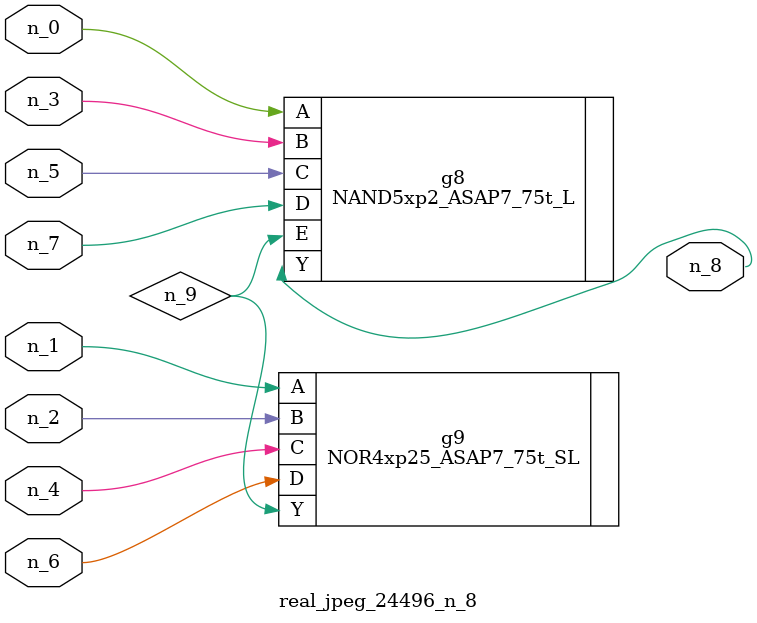
<source format=v>
module real_jpeg_24496_n_8 (n_5, n_4, n_0, n_1, n_2, n_6, n_7, n_3, n_8);

input n_5;
input n_4;
input n_0;
input n_1;
input n_2;
input n_6;
input n_7;
input n_3;

output n_8;

wire n_9;

NAND5xp2_ASAP7_75t_L g8 ( 
.A(n_0),
.B(n_3),
.C(n_5),
.D(n_7),
.E(n_9),
.Y(n_8)
);

NOR4xp25_ASAP7_75t_SL g9 ( 
.A(n_1),
.B(n_2),
.C(n_4),
.D(n_6),
.Y(n_9)
);


endmodule
</source>
